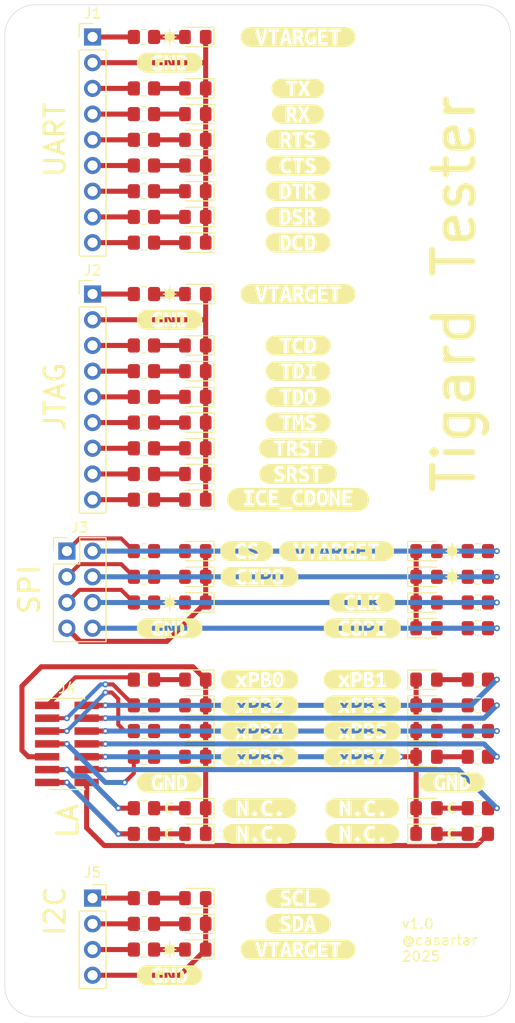
<source format=kicad_pcb>
(kicad_pcb (version 20240108) (generator "pcbnew") (generator_version "8.0")
  (title_block (title "Tigard Tester") (date "2025-01-11") (rev "v1.0") (company "@casartar"))
  (layers (0 "F.Cu" signal) (31 "B.Cu" signal) (34 "B.Paste" user) (35 "F.Paste" user) (36 "B.SilkS" user "B.Silkscreen") (37 "F.SilkS" user "F.Silkscreen") (38 "B.Mask" user) (39 "F.Mask" user) (44 "Edge.Cuts" user))
  (net 0 "")
  (net 1 "Net-(D1-A)")
  (net 2 "/UART_GND")
  (net 3 "Net-(D2-A)")
  (net 4 "Net-(D3-A)")
  (net 5 "Net-(D4-A)")
  (net 6 "Net-(D5-A)")
  (net 7 "Net-(D6-A)")
  (net 8 "Net-(D7-A)")
  (net 9 "Net-(D8-A)")
  (net 10 "Net-(D9-A)")
  (net 11 "/JTAG_GND")
  (net 12 "Net-(D10-A)")
  (net 13 "Net-(D11-A)")
  (net 14 "Net-(D12-A)")
  (net 15 "Net-(D13-A)")
  (net 16 "Net-(D14-A)")
  (net 17 "/SPI_GND")
  (net 18 "Net-(D15-A)")
  (net 19 "Net-(D16-A)")
  (net 20 "Net-(D17-A)")
  (net 21 "Net-(D18-A)")
  (net 22 "Net-(D19-A)")
  (net 23 "/SPI_GND_1")
  (net 24 "Net-(D20-A)")
  (net 25 "Net-(D21-A)")
  (net 26 "Net-(D22-A)")
  (net 27 "Net-(D23-A)")
  (net 28 "Net-(D24-A)")
  (net 29 "Net-(D25-A)")
  (net 30 "Net-(D26-A)")
  (net 31 "/I2C_GND")
  (net 32 "Net-(D27-A)")
  (net 33 "Net-(D28-A)")
  (net 34 "Net-(D29-A)")
  (net 35 "Net-(D30-A)")
  (net 36 "Net-(D31-A)")
  (net 37 "Net-(D32-A)")
  (net 38 "/SPI_GND_2")
  (net 39 "Net-(D33-A)")
  (net 40 "Net-(D34-A)")
  (net 41 "Net-(D35-A)")
  (net 42 "Net-(D36-A)")
  (net 43 "Net-(D37-A)")
  (net 44 "Net-(J1-Pin_6)")
  (net 45 "Net-(J1-Pin_1)")
  (net 46 "Net-(J1-Pin_5)")
  (net 47 "Net-(J1-Pin_4)")
  (net 48 "Net-(J1-Pin_8)")
  (net 49 "Net-(J1-Pin_3)")
  (net 50 "Net-(J2-Pin_8)")
  (net 51 "Net-(J2-Pin_7)")
  (net 52 "Net-(J2-Pin_1)")
  (net 53 "Net-(J2-Pin_3)")
  (net 54 "Net-(J2-Pin_4)")
  (net 55 "Net-(J2-Pin_5)")
  (net 56 "Net-(J2-Pin_6)")
  (net 57 "Net-(J4-Pin_4)")
  (net 58 "Net-(J4-Pin_3)")
  (net 59 "Net-(J4-Pin_5)")
  (net 60 "Net-(J4-Pin_8)")
  (net 61 "Net-(J4-Pin_1)")
  (net 62 "Net-(J4-Pin_7)")
  (net 63 "Net-(J4-Pin_6)")
  (net 64 "Net-(J5-Pin_2)")
  (net 65 "Net-(J5-Pin_3)")
  (net 66 "Net-(J5-Pin_1)")
  (net 67 "Net-(J3-Pin_4)")
  (net 68 "Net-(J3-Pin_3)")
  (net 69 "Net-(J3-Pin_5)")
  (net 70 "Net-(J3-Pin_8)")
  (net 71 "Net-(J3-Pin_1)")
  (net 72 "Net-(J3-Pin_6)")
  (net 73 "Net-(J1-Pin_9)")
  (net 74 "Net-(J1-Pin_7)")
  (net 75 "Net-(J2-Pin_9)")
  (net 76 "Net-(J3-Pin_2)")
  (net 77 "Net-(J4-Pin_2)")
  (net 78 "Net-(J4-Pin_13)")
  (net 79 "Net-(J4-Pin_11)")
  (net 80 "Net-(J4-Pin_14)")
  (net 81 "Net-(J4-Pin_12)")
  (net 82 "Net-(D38-A)")
  (footprint "Resistor_SMD:R_0805_2012Metric_Pad1.20x1.40mm_HandSolder" (layer "F.Cu") (at 144.78 114.3 180)
    (property "Reference" "R31" (hide yes))
    (property "Value" "1k" (hide yes))
  )
  (footprint "Resistor_SMD:R_0805_2012Metric_Pad1.20x1.40mm_HandSolder" (layer "F.Cu") (at 111.76 111.76 180)
    (property "Reference" "R28" (hide yes))
    (property "Value" "1k" (hide yes))
  )
  (footprint "LED_SMD:LED_0805_2012Metric_Pad1.15x1.40mm_HandSolder" (layer "F.Cu") (at 116.84 88.9 180)
    (property "Reference" "D16" (hide yes))
    (property "Value" "LED" (hide yes))
  )
  (footprint "MountingHole:MountingHole_3.2mm_M3" (layer "F.Cu") (at 145 137)
    (property "Reference" "H4" (hide yes))
    (property "Value" "MountingHole" (hide yes))
  )
  (footprint "Connector_PinHeader_2.54mm:PinHeader_2x04_P2.54mm_Vertical" (layer "F.Cu") (at 104.14 93.98)
    (property "Reference" "J3")
    (property "Value" "SPI")
  )
  (footprint "LED_SMD:LED_0805_2012Metric_Pad1.15x1.40mm_HandSolder" (layer "F.Cu") (at 116.84 96.52 180)
    (property "Reference" "D19" (hide yes))
    (property "Value" "LED" (hide yes))
  )
  (footprint "LED_SMD:LED_0805_2012Metric_Pad1.15x1.40mm_HandSolder" (layer "F.Cu") (at 116.84 78.74 180)
    (property "Reference" "D12" (hide yes))
    (property "Value" "LED" (hide yes))
  )
  (footprint "Resistor_SMD:R_0805_2012Metric_Pad1.20x1.40mm_HandSolder" (layer "F.Cu") (at 111.76 81.28)
    (property "Reference" "R13" (hide yes))
    (property "Value" "1k" (hide yes))
  )
  (footprint "kibuzzard-6782A18A" (layer "F.Cu") (at 114.3 101.6)
    (property "Reference" "kibuzzard-6782A18A" (hide yes))
    (property "Value" "G***" (hide yes))
  )
  (footprint "Resistor_SMD:R_0805_2012Metric_Pad1.20x1.40mm_HandSolder" (layer "F.Cu") (at 144.78 119.38 180)
    (property "Reference" "R33" (hide yes))
    (property "Value" "1k" (hide yes))
  )
  (footprint "Resistor_SMD:R_0805_2012Metric_Pad1.20x1.40mm_HandSolder" (layer "F.Cu") (at 111.76 60.96)
    (property "Reference" "R7" (hide yes))
    (property "Value" "1k" (hide yes))
  )
  (footprint "Resistor_SMD:R_0805_2012Metric_Pad1.20x1.40mm_HandSolder" (layer "F.Cu") (at 111.76 58.42)
    (property "Reference" "R6" (hide yes))
    (property "Value" "1k" (hide yes))
  )
  (footprint "LED_SMD:LED_0805_2012Metric_Pad1.15x1.40mm_HandSolder" (layer "F.Cu") (at 139.7 121.92)
    (property "Reference" "D35" (hide yes))
    (property "Value" "LED" (hide yes))
  )
  (footprint "Connector_PinHeader_2.54mm:PinHeader_1x09_P2.54mm_Vertical" (layer "F.Cu") (at 106.68 43.18)
    (property "Reference" "J1")
    (property "Value" "UART")
  )
  (footprint "kibuzzard-6782BFBD" (layer "F.Cu") (at 123.19 119.38)
    (property "Reference" "kibuzzard-6782BFBD" (hide yes))
    (property "Value" "G***" (hide yes))
  )
  (footprint "LED_SMD:LED_0805_2012Metric_Pad1.15x1.40mm_HandSolder" (layer "F.Cu") (at 139.7 119.38)
    (property "Reference" "D33" (hide yes))
    (property "Value" "LED" (hide yes))
  )
  (footprint "LED_SMD:LED_0805_2012Metric_Pad1.15x1.40mm_HandSolder" (layer "F.Cu") (at 116.84 109.22 180)
    (property "Reference" "D26" (hide yes))
    (property "Value" "LED" (hide yes))
  )
  (footprint "kibuzzard-6782A158" (layer "F.Cu") (at 127 68.58)
    (property "Reference" "kibuzzard-6782A158" (hide yes))
    (property "Value" "G***" (hide yes))
  )
  (footprint "kibuzzard-6782A2E4" (layer "F.Cu") (at 127 88.9)
    (property "Reference" "kibuzzard-6782A2E4" (hide yes))
    (property "Value" "G***" (hide yes))
  )
  (footprint "kibuzzard-6782A1ED" (layer "F.Cu") (at 127 58.42)
    (property "Reference" "kibuzzard-6782A1ED" (hide yes))
    (property "Value" "G***" (hide yes))
  )
  (footprint "kibuzzard-6782A299" (layer "F.Cu") (at 127 81.28)
    (property "Reference" "kibuzzard-6782A299" (hide yes))
    (property "Value" "G***" (hide yes))
  )
  (footprint "kibuzzard-6782A92D" (layer "F.Cu") (at 133.35 101.6)
    (property "Reference" "kibuzzard-6782A92D" (hide yes))
    (property "Value" "G***" (hide yes))
  )
  (footprint "Resistor_SMD:R_0805_2012Metric_Pad1.20x1.40mm_HandSolder" (layer "F.Cu") (at 111.76 106.68 180)
    (property "Reference" "R24" (hide yes))
    (property "Value" "1k" (hide yes))
  )
  (footprint "kibuzzard-6782A691" (layer "F.Cu") (at 133.35 111.76)
    (property "Reference" "kibuzzard-6782A691" (hide yes))
    (property "Value" "G***" (hide yes))
  )
  (footprint "Resistor_SMD:R_0805_2012Metric_Pad1.20x1.40mm_HandSolder" (layer "F.Cu") (at 111.76 50.8)
    (property "Reference" "R3" (hide yes))
    (property "Value" "1k" (hide yes))
  )
  (footprint "kibuzzard-6782A158" (layer "F.Cu") (at 127 43.18)
    (property "Reference" "kibuzzard-6782A158" (hide yes))
    (property "Value" "G***" (hide yes))
  )
  (footprint "kibuzzard-6782A1AC" (layer "F.Cu") (at 127 48.26)
    (property "Reference" "kibuzzard-6782A1AC" (hide yes))
    (property "Value" "G***" (hide yes))
  )
  (footprint "kibuzzard-6782BFBD" (layer "F.Cu") (at 123.19 121.92)
    (property "Reference" "kibuzzard-6782BFBD" (hide yes))
    (property "Value" "G***" (hide yes))
  )
  (footprint "kibuzzard-6782A18A" (layer "F.Cu") (at 114.3 71.12)
    (property "Reference" "kibuzzard-6782A18A" (hide yes))
    (property "Value" "G***" (hide yes))
  )
  (footprint "Resistor_SMD:R_0805_2012Metric_Pad1.20x1.40mm_HandSolder" (layer "F.Cu") (at 111.76 53.34)
    (property "Reference" "R4" (hide yes))
    (property "Value" "1k" (hide yes))
  )
  (footprint "Connector_PinHeader_2.54mm:PinHeader_1x09_P2.54mm_Vertical" (layer "F.Cu") (at 106.68 68.58)
    (property "Reference" "J2")
    (property "Value" "JTAG")
  )
  (footprint "Connector_PinSocket_2.54mm:PinSocket_1x04_P2.54mm_Vertical" (layer "F.Cu") (at 106.68 128.27)
    (property "Reference" "J5")
    (property "Value" "I2C")
  )
  (footprint "kibuzzard-6782A238" (layer "F.Cu") (at 127 73.66)
    (property "Reference" "kibuzzard-6782A238" (hide yes))
    (property "Value" "G***" (hide yes))
  )
  (footprint "Connector_PinHeader_1.27mm:PinHeader_2x07_P1.27mm_Vertical_SMD" (layer "F.Cu") (at 104.14 113.03)
    (property "Reference" "J4")
    (property "Value" "LA")
  )
  (footprint "Resistor_SMD:R_0805_2012Metric_Pad1.20x1.40mm_HandSolder" (layer "F.Cu") (at 111.76 68.58)
    (property "Reference" "R9" (hide yes))
    (property "Value" "1k" (hide yes))
  )
  (footprint "LED_SMD:LED_0805_2012Metric_Pad1.15x1.40mm_HandSolder" (layer "F.Cu") (at 116.84 106.68 180)
    (property "Reference" "D24" (hide yes))
    (property "Value" "LED" (hide yes))
  )
  (footprint "LED_SMD:LED_0805_2012Metric_Pad1.15x1.40mm_HandSolder" (layer "F.Cu") (at 116.84 68.58 180)
    (property "Reference" "D9" (hide yes))
    (property "Value" "LED" (hide yes))
  )
  (footprint "Resistor_SMD:R_0805_2012Metric_Pad1.20x1.40mm_HandSolder" (layer "F.Cu") (at 111.76 128.27)
    (property "Reference" "R36" (hide yes))
    (property "Value" "1k" (hide yes))
  )
  (footprint "Resistor_SMD:R_0805_2012Metric_Pad1.20x1.40mm_HandSolder" (layer "F.Cu") (at 111.765 99.06 180)
    (property "Reference" "R21" (hide yes))
    (property "Value" "1k" (hide yes))
  )
  (footprint "kibuzzard-6782A18A" (layer "F.Cu") (at 114.3 45.72)
    (property "Reference" "kibuzzard-6782A18A" (hide yes))
    (property "Value" "G***" (hide yes))
  )
  (footprint "Resistor_SMD:R_0805_2012Metric_Pad1.20x1.40mm_HandSolder" (layer "F.Cu") (at 111.76 119.38 180)
    (property "Reference" "R32" (hide yes))
    (property "Value" "1k" (hide yes))
  )
  (footprint "MountingHole:MountingHole_3.2mm_M3" (layer "F.Cu") (at 101 43)
    (property "Reference" "H1" (hide yes))
    (property "Value" "MountingHole" (hide yes))
  )
  (footprint "Resistor_SMD:R_0805_2012Metric_Pad1.20x1.40mm_HandSolder" (layer "F.Cu") (at 144.78 99.06 180)
    (property "Reference" "R22" (hide yes))
    (property "Value" "1k" (hide yes))
  )
  (footprint "Resistor_SMD:R_0805_2012Metric_Pad1.20x1.40mm_HandSolder" (layer "F.Cu") (at 111.76 55.88)
    (property "Reference" "R5" (hide yes))
    (property "Value" "1k" (hide yes))
  )
  (footprint "kibuzzard-6782A62E" (layer "F.Cu") (at 127 128.27)
    (property "Reference" "kibuzzard-6782A62E" (hide yes))
    (property "Value" "G***" (hide yes))
  )
  (footprint "LED_SMD:LED_0805_2012Metric_Pad1.15x1.40mm_HandSolder" (layer "F.Cu") (at 139.7 93.98)
    (property "Reference" "D18" (hide yes))
    (property "Value" "LED" (hide yes))
  )
  (footprint "kibuzzard-6782A697" (layer "F.Cu") (at 133.35 114.3)
    (property "Reference" "kibuzzard-6782A697" (hide yes))
    (property "Value" "G***" (hide yes))
  )
  (footprint "Resistor_SMD:R_0805_2012Metric_Pad1.20x1.40mm_HandSolder" (layer "F.Cu") (at 144.78 101.6 180)
    (property "Reference" "R23" (hide yes))
    (property "Value" "1k" (hide yes))
  )
  (footprint "LED_SMD:LED_0805_2012Metric_Pad1.15x1.40mm_HandSolder" (layer "F.Cu") (at 116.84 93.98 180)
    (property "Reference" "D17" (hide yes))
    (property "Value" "LED" (hide yes))
  )
  (footprint "kibuzzard-6782A18A" (layer "F.Cu") (at 114.3 135.89)
    (property "Reference" "kibuzzard-6782A18A" (hide yes))
    (property "Value" "G***" (hide yes))
  )
  (footprint "LED_SMD:LED_0805_2012Metric_Pad1.15x1.40mm_HandSolder" (layer "F.Cu") (at 116.84 119.38 180)
    (property "Reference" "D32" (hide yes))
    (property "Value" "LED" (hide yes))
  )
  (footprint "kibuzzard-6782A58D" (layer "F.Cu") (at 123.19 106.68)
    (property "Reference" "kibuzzard-6782A58D" (hide yes))
    (property "Value" "G***" (hide yes))
  )
  (footprint "Resistor_SMD:R_0805_2012Metric_Pad1.20x1.40mm_HandSolder" (layer "F.Cu") (at 111.76 78.74)
    (property "Reference" "R12" (hide yes))
    (property "Value" "1k" (hide yes))
  )
  (footprint "Resistor_SMD:R_0805_2012Metric_Pad1.20x1.40mm_HandSolder" (layer "F.Cu") (at 111.76 88.9)
    (property "Reference" "R16" (hide yes))
    (property "Value" "1k" (hide yes))
  )
  (footprint "LED_SMD:LED_0805_2012Metric_Pad1.15x1.40mm_HandSolder" (layer "F.Cu") (at 116.84 50.8 180)
    (property "Reference" "D3" (hide yes))
    (property "Value" "LED" (hide yes))
  )
  (footprint "Resistor_SMD:R_0805_2012Metric_Pad1.20x1.40mm_HandSolder" (layer "F.Cu") (at 144.78 109.22 180)
    (property "Reference" "R27" (hide yes))
    (property "Value" "1k" (hide yes))
  )
  (footprint "Resistor_SMD:R_0805_2012Metric_Pad1.20x1.40mm_HandSolder" (layer "F.Cu") (at 144.78 121.92 180)
    (property "Reference" "R35" (hide yes))
    (property "Value" "1k" (hide yes))
  )
  (footprint "LED_SMD:LED_0805_2012Metric_Pad1.15x1.40mm_HandSolder" (layer "F.Cu") (at 139.7 111.76)
    (property "Reference" "D29" (hide yes))
    (property "Value" "LED" (hide yes))
  )
  (footprint "kibuzzard-6782A5EC" (layer "F.Cu") (at 123.19 114.3)
    (property "Reference" "kibuzzard-6782A5EC" (hide yes))
    (property "Value" "G***" (hide yes))
  )
  (footprint "kibuzzard-6782A18A" (layer "F.Cu") (at 114.3 116.84)
    (property "Reference" "kibuzzard-6782A18A" (hide yes))
    (property "Value" "G***" (hide yes))
  )
  (footprint "LED_SMD:LED_0805_2012Metric_Pad1.15x1.40mm_HandSolder" (layer "F.Cu") (at 116.84 63.5 180)
    (property "Reference" "D8" (hide yes))
    (property "Value" "LED" (hide yes))
  )
  (footprint "LED_SMD:LED_0805_2012Metric_Pad1.15x1.40mm_HandSolder" (layer "F.Cu") (at 139.7 101.6)
    (property "Reference" "D23" (hide yes))
    (property "Value" "LED" (hide yes))
  )
  (footprint "kibuzzard-6782A63C" (layer "F.Cu") (at 127 133.35)
    (property "Reference" "kibuzzard-6782A63C" (hide yes))
    (property "Value" "G***" (hide yes))
  )
  (footprint "Resistor_SMD:R_0805_2012Metric_Pad1.20x1.40mm_HandSolder" (layer "F.Cu") (at 111.76 83.82)
    (property "Reference" "R14" (hide yes))
    (property "Value" "1k" (hide yes))
  )
  (footprint "LED_SMD:LED_0805_2012Metric_Pad1.15x1.40mm_HandSolder" (layer "F.Cu") (at 116.84 128.27 180)
    (property "Reference" "D36" (hide yes))
    (property "Value" "LED" (hide yes))
  )
  (footprint "MountingHole:MountingHole_3.2mm_M3" (layer "F.Cu") (at 101 137.16)
    (property "Reference" "H3" (hide yes))
    (property "Value" "MountingHole" (hide yes))
  )
  (footprint "LED_SMD:LED_0805_2012Metric_Pad1.15x1.40mm_HandSolder" (layer "F.Cu") (at 116.84 48.26 180)
    (property "Reference" "D2" (hide yes))
    (property "Value" "LED" (hide yes))
  )
  (footprint "LED_SMD:LED_0805_2012Metric_Pad1.15x1.40mm_HandSolder" (layer "F.Cu") (at 116.84 60.96 180)
    (property "Reference" "D7" (hide yes))
    (property "Value" "LED" (hide yes))
  )
  (footprint "kibuzzard-6782A2BB" (layer "F.Cu") (at 127 83.82)
    (property "Reference" "kibuzzard-6782A2BB" (hide yes))
    (property "Value" "G***" (hide yes))
  )
  (footprint "MountingHole:MountingHole_3.2mm_M3" (layer "F.Cu") (at 145 43)
    (property "Reference" "H2" (hide yes))
    (property "Value" "MountingHole" (hide yes))
  )
  (footprint "Resistor_SMD:R_0805_2012Metric_Pad1.20x1.40mm_HandSolder" (layer "F.Cu") (at 144.78 93.98 180)
    (property "Reference" "R18" (hide yes))
    (property "Value" "1k" (hide yes))
  )
  (footprint "kibuzzard-6782A68A" (layer "F.Cu") (at 133.35 109.22)
    (property "Reference" "kibuzzard-6782A68A" (hide yes))
    (property "Value" "G***" (hide yes))
  )
  (footprint "kibuzzard-6782A23E" (layer "F.Cu") (at 127 76.2)
    (property "Reference" "kibuzzard-6782A23E" (hide yes))
    (property "Value" "G***" (hide yes))
  )
  (footprint "kibuzzard-6782A158" (layer "F.Cu") (at 130.81 93.98)
    (property "Reference" "kibuzzard-6782A158" (hide yes))
    (property "Value" "G***" (hide yes))
  )
  (footprint "Resistor_SMD:R_0805_2012Metric_Pad1.20x1.40mm_HandSolder" (layer "F.Cu") (at 111.76 43.18)
    (property "Reference" "R1" (hide yes))
    (property "Value" "1k" (hide yes))
  )
  (footprint "kibuzzard-6782A342" (layer "F.Cu") (at 121.92 93.98)
    (property "Reference" "kibuzzard-6782A342" (hide yes))
    (property "Value" "G***" (hide yes))
  )
  (footprint "LED_SMD:LED_0805_2012Metric_Pad1.15x1.40mm_HandSolder" (layer "F.Cu") (at 116.84 81.28 180)
    (property "Reference" "D13" (hide yes))
    (property "Value" "LED" (hide yes))
  )
  (footprint "Resistor_SMD:R_0805_2012Metric_Pad1.20x1.40mm_HandSolder" (layer "F.Cu") (at 111.76 48.26)
    (property "Reference" "R2" (hide yes))
    (property "Value" "1k" (hide yes))
  )
  (footprint "kibuzzard-6782A593" (layer "F.Cu") (at 123.19 109.22)
    (property "Reference" "kibuzzard-6782A593" (hide yes))
    (property "Value" "G***" (hide yes))
  )
  (footprint "LED_SMD:LED_0805_2012Metric_Pad1.15x1.40mm_HandSolder" (layer "F.Cu") (at 116.84 76.2 180)
    (property "Reference" "D11" (hide yes))
    (property "Value" "LED" (hide yes))
  )
  (footprint "kibuzzard-6782A1B7" (layer "F.Cu") (at 127 50.8)
    (property "Reference" "kibuzzard-6782A1B7" (hide yes))
    (property "Value" "G***" (hide yes))
  )
  (footprint "LED_SMD:LED_0805_2012Metric_Pad1.15x1.40mm_HandSolder" (layer "F.Cu") (at 116.84 58.42 180)
    (property "Reference" "D6" (hide yes))
    (property "Value" "LED" (hide yes))
  )
  (footprint "LED_SMD:LED_0805_2012Metric_Pad1.15x1.40mm_HandSolder" (layer "F.Cu") (at 116.84 83.82 180)
    (property "Reference" "D14" (hide yes))
    (property "Value" "LED" (hide yes))
  )
  (footprint "LED_SMD:LED_0805_2012Metric_Pad1.15x1.40mm_HandSolder" (layer "F.Cu") (at 116.84 121.92 180)
    (property "Reference" "D34" (hide yes))
    (property "Value" "LED" (hide yes))
  )
  (footprint "Resistor_SMD:R_0805_2012Metric_Pad1.20x1.40mm_HandSolder" (layer "F.Cu") (at 111.76 93.98 180)
    (property "Reference" "R17" (hide yes))
    (property "Value" "1k" (hide yes))
  )
  (footprint "Resistor_SMD:R_0805_2012Metric_Pad1.20x1.40mm_HandSolder" (layer "F.Cu") (at 111.765 96.52 180)
    (property "Reference" "R19" (hide yes))
    (property "Value" "1k" (hide yes))
  )
  (footprint "kibuzzard-6782A685" (layer "F.Cu") (at 133.35 106.68)
    (property "Reference" "kibuzzard-6782A685" (hide yes))
    (property "Value" "G***" (hide yes))
  )
  (footprint "LED_SMD:LED_0805_2012Metric_Pad1.15x1.40mm_HandSolder" (layer "F.Cu") (at 116.84 86.36 180)
    (property "Reference" "D15" (hide yes))
    (property "Value" "LED" (hide yes))
  )
  (footprint "kibuzzard-6782A59C" (layer "F.Cu") (at 123.19 111.76)
    (property "Reference" "kibuzzard-6782A59C" (hide yes))
    (property "Value" "G***" (hide yes))
  )
  (footprint "LED_SMD:LED_0805_2012Metric_Pad1.15x1.40mm_HandSolder" (layer "F.Cu") (at 139.7 109.22)
    (property "Reference" "D27" (hide yes))
    (property "Value" "LED" (hide yes))
  )
  (footprint "Resistor_SMD:R_0805_2012Metric_Pad1.20x1.40mm_HandSolder" (layer "F.Cu") (at 111.76 114.3 180)
    (property "Reference" "R30" (hide yes))
    (property "Value" "1k" (hide yes))
  )
  (footprint "Resistor_SMD:R_0805_2012Metric_Pad1.20x1.40mm_HandSolder" (layer "F.Cu") (at 144.78 106.68 180)
    (property "Reference" "R25" (hide yes))
    (property "Value" "1k" (hide yes))
  )
  (footprint "LED_SMD:LED_0805_2012Metric_Pad1.15x1.40mm_HandSolder" (layer "F.Cu") (at 139.7 114.3)
    (property "Reference" "D31" (hide yes))
    (property "Value" "LED" (hide yes))
  )
  (footprint "LED_SMD:LED_0805_2012Metric_Pad1.15x1.40mm_HandSolder" (layer "F.Cu") (at 116.84 53.34 180)
    (property "Reference" "D4" (hide yes))
    (property "Value" "LED" (hide yes))
  )
  (footprint "kibuzzard-6782A18A" (layer "F.Cu") (at 142.24 116.84)
    (property "Reference" "kibuzzard-6782A18A" (hide yes))
    (property "Value" "G***" (hide yes))
  )
  (footprint "Resistor_SMD:R_0805_2012Metric_Pad1.20x1.40mm_HandSolder" (layer "F.Cu") (at 111.76 73.66)
    (property "Reference" "R10" (hide yes))
    (property "Value" "1k" (hide yes))
  )
  (footprint "Resistor_SMD:R_0805_2012Metric_Pad1.20x1.40mm_HandSolder" (layer "F.Cu") (at 144.78 111.76 180)
    (property "Reference" "R29" (hide yes))
    (property "Value" "1k" (hide yes))
  )
  (footprint "kibuzzard-6782A293" (layer "F.Cu") (at 127 78.74)
    (property "Reference" "kibuzzard-6782A293" (hide yes))
    (property "Value" "G***" (hide yes))
  )
  (footprint "LED_SMD:LED_0805_2012Metric_Pad1.15x1.40mm_HandSolder" (layer "F.Cu") (at 116.84 43.18 180)
    (property "Reference" "D1" (hide yes))
    (property "Value" "LED" (hide yes))
  )
  (footprint "LED_SMD:LED_0805_2012Metric_Pad1.15x1.40mm_HandSolder" (layer "F.Cu") (at 139.7 96.52)
    (property "Reference" "D20" (hide yes))
    (property "Value" "LED" (hide yes))
  )
  (footprint "Resistor_SMD:R_0805_2012Metric_Pad1.20x1.40mm_HandSolder" (layer "F.Cu") (at 111.76 130.81)
    (property "Reference" "R37" (hide yes))
    (property "Value" "1k" (hide yes))
  )
  (footprint "Resistor_SMD:R_0805_2012Metric_Pad1.20x1.40mm_HandSolder" (layer "F.Cu") (at 111.76 76.2)
    (property "Reference" "R11" (hide yes))
    (property "Value" "1k" (hide yes))
  )
  (footprint "kibuzzard-6782A634" (layer "F.Cu") (at 127 130.81)
    (property "Reference" "kibuzzard-6782A634" (hide yes))
    (property "Value" "G***" (hide yes))
  )
  (footprint "Resistor_SMD:R_0805_2012Metric_Pad1.20x1.40mm_HandSolder" (layer "F.Cu") (at 111.76 63.5)
    (property "Reference" "R8" (hide yes))
    (property "Value" "1k" (hide yes))
  )
  (footprint "Resistor_SMD:R_0805_2012Metric_Pad1.20x1.40mm_HandSolder" (layer "F.Cu") (at 111.76 133.35)
    (property "Reference" "R38" (hide yes))
    (property "Value" "1k" (hide yes))
  )
  (footprint "Resistor_SMD:R_0805_2012Metric_Pad1.20x1.40mm_HandSolder" (layer "F.Cu") (at 111.76 109.22 180)
    (property "Reference" "R26" (hide yes))
    (property "Value" "1k" (hide yes))
  )
  (footprint "kibuzzard-6782BFBD" (layer "F.Cu") (at 133.35 121.92)
    (property "Reference" "kibuzzard-6782BFBD" (hide yes))
    (property "Value" "G***" (hide yes))
  )
  (footprint "LED_SMD:LED_0805_2012Metric_Pad1.15x1.40mm_HandSolder" (layer "F.Cu") (at 139.7 106.68)
    (property "Reference" "D25" (hide yes))
    (property "Value" "LED" (hide yes))
  )
  (footprint "Resistor_SMD:R_0805_2012Metric_Pad1.20x1.40mm_HandSolder" (layer "F.Cu") (at 144.78 96.52 180)
    (property "Reference" "R20" (hide yes))
    (property "Value" "1k" (hide yes))
  )
  (footprint "kibuzzard-6782A1FC" (layer "F.Cu") (at 127 60.96)
    (property "Reference" "kibuzzard-6782A1FC" (hide yes))
    (property "Value" "G***" (hide yes))
  )
  (footprint "kibuzzard-6782A20A" (layer "F.Cu") (at 127 63.5)
    (property "Reference" "kibuzzard-6782A20A" (hide yes))
    (property "Value" "G***" (hide yes))
  )
  (footprint "LED_SMD:LED_0805_2012Metric_Pad1.15x1.40mm_HandSolder" (layer "F.Cu") (at 116.84 55.88 180)
    (property "Reference" "D5" (hide yes))
    (property "Value" "LED" (hide yes))
  )
  (footprint "kibuzzard-6782BFBD" (layer "F.Cu") (at 133.35 119.38)
    (property "Reference" "kibuzzard-6782BFBD" (hide yes))
    (property "Value" "G***" (hide yes))
  )
  (footprint "kibuzzard-6782A1C4" (layer "F.Cu") (at 127 53.34)
    (property "Reference" "kibuzzard-6782A1C4" (hide yes))
    (property "Value" "G***" (hide yes))
  )
  (footprint "kibuzzard-6782A2CB" (layer "F.Cu") (at 127 86.36)
    (property "Reference" "kibuzzard-6782A2CB" (hide yes))
    (property "Value" "G***" (hide yes))
  )
  (footprint "LED_SMD:LED_0805_2012Metric_Pad1.15x1.40mm_HandSolder" (layer "F.Cu") (at 139.7 99.06)
    (property "Reference" "D22" (hide yes))
    (property "Value" "LED" (hide yes))
  )
  (footprint "kibuzzard-6782A349" (layer "F.Cu") (at 123.19 96.52)
    (property "Reference" "kibuzzard-6782A349" (hide yes))
    (property "Value" "G***" (hide yes))
  )
  (footprint "LED_SMD:LED_0805_2012Metric_Pad1.15x1.40mm_HandSolder" (layer "F.Cu") (at 116.84 111.76 180)
    (property "Reference" "D28" (hide yes))
    (property "Value" "LED" (hide yes))
  )
  (footprint "LED_SMD:LED_0805_2012Metric_Pad1.15x1.40mm_HandSolder" (layer "F.Cu") (at 116.84 114.3 180)
    (property "Reference" "D30" (hide yes))
    (property "Value" "LED" (hide yes))
  )
  (footprint "LED_SMD:LED_0805_2012Metric_Pad1.15x1.40mm_HandSolder" (layer "F.Cu") (at 116.84 99.06 180)
    (property "Reference" "D21" (hide yes))
    (property "Value" "LED" (hide yes))
  )
  (footprint "Resistor_SMD:R_0805_2012Metric_Pad1.20x1.40mm_HandSolder" (layer "F.Cu") (at 111.76 121.92 180)
    (property "Reference" "R34" (hide yes))
    (property "Value" "1k" (hide yes))
  )
  (footprint "Resistor_SMD:R_0805_2012Metric_Pad1.20x1.40mm_HandSolder" (layer "F.Cu") (at 111.76 86.36)
    (property "Reference" "R15" (hide yes))
    (property "Value" "1k" (hide yes))
  )
  (footprint "LED_SMD:LED_0805_2012Metric_Pad1.15x1.40mm_HandSolder" (layer "F.Cu") (at 116.84 133.35 180)
    (property "Reference" "D38" (hide yes))
    (property "Value" "LED" (hide yes))
  )
  (footprint "LED_SMD:LED_0805_2012Metric_Pad1.15x1.40mm_HandSolder" (layer "F.Cu") (at 116.84 130.81 180)
    (property "Reference" "D37" (hide yes))
    (property "Value" "LED" (hide yes))
  )
  (footprint "LED_SMD:LED_0805_2012Metric_Pad1.15x1.40mm_HandSolder" (layer "F.Cu") (at 116.84 73.66 180)
    (property "Reference" "D10" (hide yes))
    (property "Value" "LED" (hide yes))
  )
  (footprint "kibuzzard-6782A1D3" (layer "F.Cu") (at 127 55.88)
    (property "Reference" "kibuzzard-6782A1D3" (hide yes))
    (property "Value" "G***" (hide yes))
  )
  (footprint "kibuzzard-6782A90E" (layer "F.Cu") (at 133.35 99.06)
    (property "Reference" "kibuzzard-6782A90E" (hide yes))
    (property "Value" "G***" (hide yes))
  )
  (gr_line (start 142.24 94.742) (end 142.24 93.98) (stroke (width 0.1)) (layer "F.SilkS"))
  (gr_arc (start 142.509636 122.428) (mid 142.001636 121.92) (end 142.509636 121.412) (stroke (width 0.15)) (layer "F.SilkS"))
  (gr_line (start 113.792 69.088) (end 114.3 68.58) (stroke (width 0.1)) (layer "F.SilkS"))
  (gr_line (start 113.792 99.568) (end 114.3 99.06) (stroke (width 0.1)) (layer "F.SilkS"))
  (gr_circle (center 114.3 99.06) (end 114.757905 99.06) (stroke (width 0.1)) (fill solid) (layer "F.SilkS"))
  (gr_line (start 114.3 68.58) (end 113.665 68.58) (stroke (width 0.1)) (layer "F.SilkS"))
  (gr_circle (center 114.3 68.58) (end 114.757905 68.58) (stroke (width 0.1)) (fill solid) (layer "F.SilkS"))
  (gr_line (start 114.3 43.942) (end 114.3 43.18) (stroke (width 0.1)) (layer "F.SilkS"))
  (gr_line (start 142.24 93.98) (end 142.875 93.98) (stroke (width 0.1)) (layer "F.SilkS"))
  (gr_line (start 114.3 99.822) (end 114.3 99.06) (stroke (width 0.1)) (layer "F.SilkS"))
  (gr_line (start 114.3 68.58) (end 113.792 69.088) (stroke (width 0.1)) (layer "F.SilkS"))
  (gr_circle (center 142.24 93.98) (end 142.697905 93.98) (stroke (width 0.1)) (fill solid) (layer "F.SilkS"))
  (gr_arc (start 114.554 122.428) (mid 114.046 121.92) (end 114.554 121.412) (stroke (width 0.15)) (layer "F.SilkS"))
  (gr_line (start 114.3 43.18) (end 114.808 42.672) (stroke (width 0.1)) (layer "F.SilkS"))
  (gr_line (start 142.24 93.98) (end 142.748 93.472) (stroke (width 0.1)) (layer "F.SilkS"))
  (gr_line (start 114.3 133.35) (end 113.792 133.858) (stroke (width 0.1)) (layer "F.SilkS"))
  (gr_line (start 114.3 99.06) (end 114.808 98.552) (stroke (width 0.1)) (layer "F.SilkS"))
  (gr_line (start 141.732 97.028) (end 142.24 96.52) (stroke (width 0.1)) (layer "F.SilkS"))
  (gr_line (start 114.3 133.35) (end 114.935 133.35) (stroke (width 0.1)) (layer "F.SilkS"))
  (gr_line (start 114.3 69.342) (end 114.3 68.58) (stroke (width 0.1)) (layer "F.SilkS"))
  (gr_circle (center 114.3 133.35) (end 114.757905 133.35) (stroke (width 0.1)) (fill solid) (layer "F.SilkS"))
  (gr_line (start 114.3 98.298) (end 114.3 99.06) (stroke (width 0.1)) (layer "F.SilkS"))
  (gr_line (start 114.3 68.58) (end 114.935 68.58) (stroke (width 0.1)) (layer "F.SilkS"))
  (gr_line (start 141.732 94.488) (end 142.24 93.98) (stroke (width 0.1)) (layer "F.SilkS"))
  (gr_line (start 114.3 134.112) (end 114.3 133.35) (stroke (width 0.1)) (layer "F.SilkS"))
  (gr_line (start 114.3 43.18) (end 113.665 43.18) (stroke (width 0.1)) (layer "F.SilkS"))
  (gr_line (start 114.3 68.58) (end 114.808 69.088) (stroke (width 0.1)) (layer "F.SilkS"))
  (gr_line (start 141.732 93.472) (end 142.24 93.98) (stroke (width 0.1)) (layer "F.SilkS"))
  (gr_line (start 114.3 67.818) (end 114.3 68.58) (stroke (width 0.1)) (layer "F.SilkS"))
  (gr_arc (start 114.554 119.888) (mid 114.046 119.38) (end 114.554 118.872) (stroke (width 0.15)) (layer "F.SilkS"))
  (gr_line (start 142.24 96.52) (end 141.605 96.52) (stroke (width 0.1)) (layer "F.SilkS"))
  (gr_line (start 114.3 42.418) (end 114.3 43.18) (stroke (width 0.1)) (layer "F.SilkS"))
  (gr_line (start 114.3 132.588) (end 114.3 133.35) (stroke (width 0.1)) (layer "F.SilkS"))
  (gr_line (start 113.792 68.072) (end 114.3 68.58) (stroke (width 0.1)) (layer "F.SilkS"))
  (gr_line (start 114.3 98.602095) (end 114.3 98.298) (stroke (width 0.1)) (layer "F.SilkS"))
  (gr_line (start 114.3 99.06) (end 113.665 99.06) (stroke (width 0.1)) (layer "F.SilkS"))
  (gr_line (start 114.3 43.18) (end 113.792 43.688) (stroke (width 0.1)) (layer "F.SilkS"))
  (gr_line (start 114.3 68.58) (end 113.792 68.072) (stroke (width 0.1)) (layer "F.SilkS"))
  (gr_line (start 114.3 43.18) (end 114.935 43.18) (stroke (width 0.1)) (layer "F.SilkS"))
  (gr_line (start 142.24 95.758) (end 142.24 96.52) (stroke (width 0.1)) (layer "F.SilkS"))
  (gr_line (start 114.3 68.58) (end 114.808 68.072) (stroke (width 0.1)) (layer "F.SilkS"))
  (gr_arc (start 142.509636 119.888) (mid 142.001636 119.38) (end 142.509636 118.872) (stroke (width 0.15)) (layer "F.SilkS"))
  (gr_arc (start 142.509636 122.428) (mid 141.859 121.92) (end 142.509636 121.412) (stroke (width 0.15)) (layer "F.SilkS"))
  (gr_arc (start 114.554 122.428) (mid 113.903364 121.92) (end 114.554 121.412) (stroke (width 0.15)) (layer "F.SilkS"))
  (gr_line (start 114.3 99.06) (end 113.792 99.568) (stroke (width 0.1)) (layer "F.SilkS"))
  (gr_line (start 142.24 93.98) (end 141.732 94.488) (stroke (width 0.1)) (layer "F.SilkS"))
  (gr_line (start 142.24 93.98) (end 141.732 93.472) (stroke (width 0.1)) (layer "F.SilkS"))
  (gr_line (start 114.3 133.35) (end 113.792 132.842) (stroke (width 0.1)) (layer "F.SilkS"))
  (gr_circle (center 114.3 43.18) (end 114.757905 43.18) (stroke (width 0.1)) (fill solid) (layer "F.SilkS"))
  (gr_line (start 113.792 43.688) (end 114.3 43.18) (stroke (width 0.1)) (layer "F.SilkS"))
  (gr_line (start 142.24 93.98) (end 141.605 93.98) (stroke (width 0.1)) (layer "F.SilkS"))
  (gr_line (start 142.24 97.282) (end 142.24 96.52) (stroke (width 0.1)) (layer "F.SilkS"))
  (gr_line (start 142.24 93.98) (end 142.748 94.488) (stroke (width 0.1)) (layer "F.SilkS"))
  (gr_line (start 142.24 93.218) (end 142.24 93.98) (stroke (width 0.1)) (layer "F.SilkS"))
  (gr_line (start 142.24 96.52) (end 141.732 96.012) (stroke (width 0.1)) (layer "F.SilkS"))
  (gr_line (start 142.24 96.52) (end 142.875 96.52) (stroke (width 0.1)) (layer "F.SilkS"))
  (gr_line (start 113.792 133.858) (end 114.3 133.35) (stroke (width 0.1)) (layer "F.SilkS"))
  (gr_line (start 141.732 96.012) (end 142.24 96.52) (stroke (width 0.1)) (layer "F.SilkS"))
  (gr_line (start 114.3 42.722095) (end 114.3 42.418) (stroke (width 0.1)) (layer "F.SilkS"))
  (gr_arc (start 142.509636 119.888) (mid 141.859 119.38) (end 142.509636 118.872) (stroke (width 0.15)) (layer "F.SilkS"))
  (gr_line (start 114.3 68.122095) (end 114.3 67.818) (stroke (width 0.1)) (layer "F.SilkS"))
  (gr_line (start 114.3 99.06) (end 113.792 98.552) (stroke (width 0.1)) (layer "F.SilkS"))
  (gr_line (start 113.792 132.842) (end 114.3 133.35) (stroke (width 0.1)) (layer "F.SilkS"))
  (gr_arc (start 114.554 119.888) (mid 113.903364 119.38) (end 114.554 118.872) (stroke (width 0.15)) (layer "F.SilkS"))
  (gr_line (start 114.3 43.18) (end 114.808 43.688) (stroke (width 0.1)) (layer "F.SilkS"))
  (gr_line (start 113.792 42.672) (end 114.3 43.18) (stroke (width 0.1)) (layer "F.SilkS"))
  (gr_circle (center 142.24 96.52) (end 142.697905 96.52) (stroke (width 0.1)) (fill solid) (layer "F.SilkS"))
  (gr_line (start 142.24 96.52) (end 142.748 96.012) (stroke (width 0.1)) (layer "F.SilkS"))
  (gr_line (start 113.792 98.552) (end 114.3 99.06) (stroke (width 0.1)) (layer "F.SilkS"))
  (gr_line (start 114.3 99.06) (end 114.808 99.568) (stroke (width 0.1)) (layer "F.SilkS"))
  (gr_line (start 114.3 133.35) (end 114.808 132.842) (stroke (width 0.1)) (layer "F.SilkS"))
  (gr_line (start 142.24 96.52) (end 141.732 97.028) (stroke (width 0.1)) (layer "F.SilkS"))
  (gr_line (start 114.3 99.06) (end 114.935 99.06) (stroke (width 0.1)) (layer "F.SilkS"))
  (gr_line (start 114.3 43.18) (end 113.792 42.672) (stroke (width 0.1)) (layer "F.SilkS"))
  (gr_line (start 114.3 133.35) (end 114.808 133.858) (stroke (width 0.1)) (layer "F.SilkS"))
  (gr_line (start 114.3 133.35) (end 113.665 133.35) (stroke (width 0.1)) (layer "F.SilkS"))
  (gr_line (start 114.3 132.892095) (end 114.3 132.588) (stroke (width 0.1)) (layer "F.SilkS"))
  (gr_line (start 142.24 96.062095) (end 142.24 95.758) (stroke (width 0.1)) (layer "F.SilkS"))
  (gr_line (start 142.24 96.52) (end 142.748 97.028) (stroke (width 0.1)) (layer "F.SilkS"))
  (gr_line (start 142.24 93.522095) (end 142.24 93.218) (stroke (width 0.1)) (layer "F.SilkS"))
  (gr_arc (start 101 140) (mid 98.87868 139.12132) (end 98 137) (stroke (width 0.05)) (layer "Edge.Cuts"))
  (gr_arc (start 148 137) (mid 147.12132 139.12132) (end 145 140) (stroke (width 0.05)) (layer "Edge.Cuts"))
  (gr_line (start 148 137) (end 148 43) (stroke (width 0.05)) (layer "Edge.Cuts"))
  (gr_arc (start 145 40) (mid 147.12132 40.87868) (end 148 43) (stroke (width 0.05)) (layer "Edge.Cuts"))
  (gr_line (start 145 40) (end 101 40) (stroke (width 0.05)) (layer "Edge.Cuts"))
  (gr_line (start 98 43) (end 98 137) (stroke (width 0.05)) (layer "Edge.Cuts"))
  (gr_arc (start 98 43) (mid 98.87868 40.87868) (end 101 40) (stroke (width 0.05)) (layer "Edge.Cuts"))
  (gr_line (start 101 140) (end 145 140) (stroke (width 0.05)) (layer "Edge.Cuts"))
  (gr_text "v1.0\n@casartar\n2025" (at 137.16 134.62 0) (layer "F.SilkS") (effects (font (size 1 1)) (justify left bottom)))
  (gr_text "I2C" (at 104.14 129.54 90) (layer "F.SilkS") (effects (font (size 2 2) (thickness 0.3)) (justify bottom)))
  (gr_text "Tigard Tester" (at 144.78 68.58 90) (layer "F.SilkS") (effects (font (size 4 4) (thickness 0.6)) (justify bottom)))
  (gr_text "JTAG" (at 104.14 78.74 90) (layer "F.SilkS") (effects (font (size 2 2) (thickness 0.3)) (justify bottom)))
  (gr_text "SPI" (at 101.6 97.79 90) (layer "F.SilkS") (effects (font (size 2 2) (thickness 0.3)) (justify bottom)))
  (gr_text "UART" (at 104.14 53.34 90) (layer "F.SilkS") (effects (font (size 2 2) (thickness 0.3)) (justify bottom)))
  (gr_text "LA" (at 105.41 120.65 90) (layer "F.SilkS") (effects (font (size 2 2) (thickness 0.3)) (justify bottom)))
  (segment (start 112.76 43.18) (end 115.815 43.18) (width 0.5) (layer "F.Cu") (net 1))
  (segment (start 117.865 43.18) (end 117.865 45.72) (width 0.5) (layer "F.Cu") (net 2))
  (segment (start 117.865 45.72) (end 117.865 63.5) (width 0.5) (layer "F.Cu") (net 2))
  (segment (start 106.68 45.72) (end 117.865 45.72) (width 0.5) (layer "F.Cu") (net 2))
  (segment (start 112.76 48.26) (end 115.815 48.26) (width 0.5) (layer "F.Cu") (net 3))
  (segment (start 112.76 50.8) (end 115.815 50.8) (width 0.5) (layer "F.Cu") (net 4))
  (segment (start 112.76 53.34) (end 115.815 53.34) (width 0.5) (layer "F.Cu") (net 5))
  (segment (start 112.76 55.88) (end 115.815 55.88) (width 0.5) (layer "F.Cu") (net 6))
  (segment (start 112.76 58.42) (end 115.815 58.42) (width 0.5) (layer "F.Cu") (net 7))
  (segment (start 112.76 60.96) (end 115.815 60.96) (width 0.5) (layer "F.Cu") (net 8))
  (segment (start 112.76 63.5) (end 115.815 63.5) (width 0.5) (layer "F.Cu") (net 9))
  (segment (start 112.76 68.58) (end 115.815 68.58) (width 0.5) (layer "F.Cu") (net 10))
  (segment (start 117.865 68.58) (end 117.865 71.12) (width 0.5) (layer "F.Cu") (net 11))
  (segment (start 117.865 71.12) (end 117.865 88.9) (width 0.5) (layer "F.Cu") (net 11))
  (segment (start 106.68 71.12) (end 117.865 71.12) (width 0.5) (layer "F.Cu") (net 11))
  (segment (start 112.76 73.66) (end 115.815 73.66) (width 0.5) (layer "F.Cu") (net 12))
  (segment (start 112.76 76.2) (end 115.815 76.2) (width 0.5) (layer "F.Cu") (net 13))
  (segment (start 112.76 78.74) (end 115.815 78.74) (width 0.5) (layer "F.Cu") (net 14))
  (segment (start 112.76 81.28) (end 115.815 81.28) (width 0.5) (layer "F.Cu") (net 15))
  (segment (start 112.76 83.82) (end 115.815 83.82) (width 0.5) (layer "F.Cu") (net 16))
  (segment (start 105.44 102.9) (end 114.025 102.9) (width 0.5) (layer "F.Cu") (net 17))
  (segment (start 117.865 99.06) (end 138.675 99.06) (width 0.5) (layer "F.Cu") (net 17))
  (segment (start 138.675 93.98) (end 138.675 101.6) (width 0.5) (layer "F.Cu") (net 17))
  (segment (start 104.14 101.6) (end 105.44 102.9) (width 0.5) (layer "F.Cu") (net 17))
  (segment (start 117.865 93.98) (end 117.865 99.06) (width 0.5) (layer "F.Cu") (net 17))
  (segment (start 114.025 102.9) (end 117.865 99.06) (width 0.5) (layer "F.Cu") (net 17))
  (segment (start 112.76 86.36) (end 115.815 86.36) (width 0.5) (layer "F.Cu") (net 18))
  (segment (start 112.76 88.9) (end 115.815 88.9) (width 0.5) (layer "F.Cu") (net 19))
  (segment (start 112.76 93.98) (end 115.815 93.98) (width 0.5) (layer "F.Cu") (net 20))
  (segment (start 140.725 93.98) (end 143.78 93.98) (width 0.5) (layer "F.Cu") (net 21))
  (segment (start 112.765 96.52) (end 115.815 96.52) (width 0.5) (layer "F.Cu") (net 22))
  (segment (start 138.675 121.92) (end 138.675 114.173) (width 0.5) (layer "F.Cu") (net 23))
  (segment (start 106.09 114.3) (end 107.95 114.3) (width 0.5) (layer "F.Cu") (net 23))
  (segment (start 138.675 106.68) (end 138.675 114.173) (width 0.5) (layer "F.Cu") (net 23))
  (segment (start 137.16 114.3) (end 138.675 114.3) (width 0.5) (layer "F.Cu") (net 23))
  (via (at 137.16 114.3) (size 0.6) (drill 0.3) (layers "F.Cu" "B.Cu") (net 23))
  (via (at 107.95 114.3) (size 0.6) (drill 0.3) (layers "F.Cu" "B.Cu") (net 23))
  (segment (start 107.95 114.3) (end 137.16 114.3) (width 0.5) (layer "B.Cu") (net 23))
  (segment (start 140.725 96.52) (end 143.78 96.52) (width 0.5) (layer "F.Cu") (net 24))
  (segment (start 112.765 99.06) (end 115.815 99.06) (width 0.5) (layer "F.Cu") (net 25))
  (segment (start 140.725 99.06) (end 143.78 99.06) (width 0.5) (layer "F.Cu") (net 26))
  (segment (start 140.725 101.6) (end 143.78 101.6) (width 0.5) (layer "F.Cu") (net 27))
  (segment (start 112.76 106.68) (end 115.815 106.68) (width 0.5) (layer "F.Cu") (net 28))
  (segment (start 140.725 106.68) (end 143.78 106.68) (width 0.5) (layer "F.Cu") (net 29))
  (segment (start 112.76 109.22) (end 115.815 109.22) (width 0.5) (layer "F.Cu") (net 30))
  (segment (start 106.68 135.89) (end 115.325 135.89) (width 0.5) (layer "F.Cu") (net 31))
  (segment (start 115.325 135.89) (end 117.865 133.35) (width 0.5) (layer "F.Cu") (net 31))
  (segment (start 117.865 128.27) (end 117.865 133.35) (width 0.5) (layer "F.Cu") (net 31))
  (segment (start 140.725 109.22) (end 143.78 109.22) (width 0.5) (layer "F.Cu") (net 32))
  (segment (start 112.76 111.76) (end 115.815 111.76) (width 0.5) (layer "F.Cu") (net 33))
  (segment (start 140.725 111.76) (end 143.78 111.76) (width 0.5) (layer "F.Cu") (net 34))
  (segment (start 112.76 114.3) (end 115.815 114.3) (width 0.5) (layer "F.Cu") (net 35))
  (segment (start 140.725 114.3) (end 143.78 114.3) (width 0.5) (layer "F.Cu") (net 36))
  (segment (start 112.76 119.38) (end 115.815 119.38) (width 0.5) (layer "F.Cu") (net 37))
  (segment (start 102.19 114.3) (end 100.33 114.3) (width 0.5) (layer "F.Cu") (net 38))
  (segment (start 116.595 105.41) (end 117.865 106.68) (width 0.5) (layer "F.Cu") (net 38))
  (segment (start 99.695 113.665) (end 99.695 107.315) (width 0.5) (layer "F.Cu") (net 38))
  (segment (start 100.33 114.3) (end 99.695 113.665) (width 0.5) (layer "F.Cu") (net 38))
  (segment (start 101.6 105.41) (end 116.595 105.41) (width 0.5) (layer "F.Cu") (net 38))
  (segment (start 99.695 107.315) (end 101.6 105.41) (width 0.5) (layer "F.Cu") (net 38))
  (segment (start 117.865 106.68) (end 117.865 121.92) (width 0.5) (layer "F.Cu") (net 38))
  (segment (start 140.725 119.38) (end 143.78 119.38) (width 0.5) (layer "F.Cu") (net 39))
  (segment (start 112.76 121.92) (end 115.815 121.92) (width 0.5) (layer "F.Cu") (net 40))
  (segment (start 140.725 121.92) (end 143.78 121.92) (width 0.5) (layer "F.Cu") (net 41))
  (segment (start 112.76 128.27) (end 115.815 128.27) (width 0.5) (layer "F.Cu") (net 42))
  (segment (start 112.76 130.81) (end 115.815 130.81) (width 0.5) (layer "F.Cu") (net 43))
  (segment (start 106.68 55.88) (end 110.76 55.88) (width 0.5) (layer "F.Cu") (net 44))
  (segment (start 106.68 43.18) (end 110.76 43.18) (width 0.5) (layer "F.Cu") (net 45))
  (segment (start 106.68 53.34) (end 110.76 53.34) (width 0.5) (layer "F.Cu") (net 46))
  (segment (start 106.68 50.8) (end 110.76 50.8) (width 0.5) (layer "F.Cu") (net 47))
  (segment (start 106.68 60.96) (end 110.76 60.96) (width 0.5) (layer "F.Cu") (net 48))
  (segment (start 106.68 48.26) (end 110.76 48.26) (width 0.5) (layer "F.Cu") (net 49))
  (segment (start 106.68 86.36) (end 110.76 86.36) (width 0.5) (layer "F.Cu") (net 50))
  (segment (start 106.68 83.82) (end 110.76 83.82) (width 0.5) (layer "F.Cu") (net 51))
  (segment (start 106.68 68.58) (end 110.76 68.58) (width 0.5) (layer "F.Cu") (net 52))
  (segment (start 106.68 73.66) (end 110.76 73.66) (width 0.5) (layer "F.Cu") (net 53))
  (segment (start 106.68 76.2) (end 110.76 76.2) (width 0.5) (layer "F.Cu") (net 54))
  (segment (start 106.68 78.74) (end 110.76 78.74) (width 0.5) (layer "F.Cu") (net 55))
  (segment (start 106.68 81.28) (end 110.76 81.28) (width 0.5) (layer "F.Cu") (net 56))
  (segment (start 145.78 109.22) (end 146.66 109.22) (width 0.5) (layer "F.Cu") (net 57))
  (segment (start 106.09 110.49) (end 107.95 110.49) (width 0.5) (layer "F.Cu") (net 57))
  (via (at 146.66 109.22) (size 0.6) (drill 0.3) (layers "F.Cu" "B.Cu") (net 57))
  (via (at 107.95 110.49) (size 0.6) (drill 0.3) (layers "F.Cu" "B.Cu") (net 57))
  (segment (start 145.39 110.49) (end 146.66 109.22) (width 0.5) (layer "B.Cu") (net 57))
  (segment (start 107.95 110.49) (end 145.39 110.49) (width 0.5) (layer "B.Cu") (net 57))
  (segment (start 109.0375 107.4975) (end 108.855 107.315) (width 0.4) (layer "F.Cu") (net 58))
  (segment (start 102.19 110.49) (end 104.14 110.49) (width 0.4) (layer "F.Cu") (net 58))
  (segment (start 110.76 109.22) (end 109.0375 107.4975) (width 0.4) (layer "F.Cu") (net 58))
  (segment (start 108.689997 107.149997) (end 107.95 107.149997) (width 0.4) (layer "F.Cu") (net 58))
  (segment (start 109.0375 107.4975) (end 108.689997 107.149997) (width 0.4) (layer "F.Cu") (net 58))
  (via (at 107.95 107.149997) (size 0.6) (drill 0.3) (layers "F.Cu" "B.Cu") (net 58))
  (via (at 104.14 110.49) (size 0.6) (drill 0.3) (layers "F.Cu" "B.Cu") (net 58))
  (segment (start 104.14 110.49) (end 107.480003 107.149997) (width 0.4) (layer "B.Cu") (net 58))
  (segment (start 107.480003 107.149997) (end 107.95 107.149997) (width 0.4) (layer "B.Cu") (net 58))
  (segment (start 109.22 108.585) (end 108.585 107.95) (width 0.4) (layer "F.Cu") (net 59))
  (segment (start 109.22 111.125) (end 109.22 108.585) (width 0.4) (layer "F.Cu") (net 59))
  (segment (start 109.855 111.76) (end 109.22 111.125) (width 0.4) (layer "F.Cu") (net 59))
  (segment (start 110.76 111.76) (end 109.855 111.76) (width 0.4) (layer "F.Cu") (net 59))
  (segment (start 108.585 107.95) (end 107.95 107.95) (width 0.4) (layer "F.Cu") (net 59))
  (segment (start 102.19 111.76) (end 104.14 111.76) (width 0.4) (layer "F.Cu") (net 59))
  (via (at 104.14 111.76) (size 0.6) (drill 0.3) (layers "F.Cu" "B.Cu") (net 59))
  (via (at 107.95 107.95) (size 0.6) (drill 0.3) (layers "F.Cu" "B.Cu") (net 59))
  (segment (start 104.14 111.76) (end 107.95 107.95) (width 0.4) (layer "B.Cu") (net 59))
  (segment (start 145.78 114.3) (end 146.66 114.3) (width 0.5) (layer "F.Cu") (net 60))
  (segment (start 106.09 113.03) (end 107.95 113.03) (width 0.5) (layer "F.Cu") (net 60))
  (via (at 107.95 113.03) (size 0.6) (drill 0.3) (layers "F.Cu" "B.Cu") (net 60))
  (via (at 146.66 114.3) (size 0.6) (drill 0.3) (layers "F.Cu" "B.Cu") (net 60))
  (segment (start 145.39 113.03) (end 146.66 114.3) (width 0.5) (layer "B.Cu") (net 60))
  (segment (start 107.95 113.03) (end 145.39 113.03) (width 0.5) (layer "B.Cu") (net 60))
  (segment (start 104.960003 106.449997) (end 110.529997 106.449997) (width 0.4) (layer "F.Cu") (net 61))
  (segment (start 110.529997 106.449997) (end 110.76 106.68) (width 0.4) (layer "F.Cu") (net 61))
  (segment (start 102.19 109.22) (end 104.960003 106.449997) (width 0.4) (layer "F.Cu") (net 61))
  (segment (start 110.76 114.3) (end 110.76 115.935) (width 0.4) (layer "F.Cu") (net 62))
  (segment (start 110.76 115.935) (end 109.855 116.84) (width 0.4) (layer "F.Cu") (net 62))
  (segment (start 102.19 113.03) (end 104.14 113.03) (width 0.5) (layer "F.Cu") (net 62))
  (via (at 104.14 113.03) (size 0.6) (drill 0.3) (layers "F.Cu" "B.Cu") (net 62))
  (via (at 109.855 116.84) (size 0.6) (drill 0.3) (layers "F.Cu" "B.Cu") (net 62))
  (segment (start 107.95 116.84) (end 109.855 116.84) (width 0.5) (layer "B.Cu") (net 62))
  (segment (start 104.14 113.03) (end 107.95 116.84) (width 0.5) (layer "B.Cu") (net 62))
  (segment (start 106.09 111.76) (end 107.95 111.76) (width 0.5) (layer "F.Cu") (net 63))
  (segment (start 145.78 111.76) (end 146.66 111.76) (width 0.5) (layer "F.Cu") (net 63))
  (via (at 146.66 111.76) (size 0.6) (drill 0.3) (layers "F.Cu" "B.Cu") (net 63))
  (via (at 107.95 111.76) (size 0.6) (drill 0.3) (layers "F.Cu" "B.Cu") (net 63))
  (segment (start 107.95 111.76) (end 146.66 111.76) (width 0.5) (layer "B.Cu") (net 63))
  (segment (start 106.68 130.81) (end 110.76 130.81) (width 0.5) (layer "F.Cu") (net 64))
  (segment (start 106.68 133.35) (end 110.76 133.35) (width 0.5) (layer "F.Cu") (net 65))
  (segment (start 106.68 128.27) (end 110.76 128.27) (width 0.5) (layer "F.Cu") (net 66))
  (segment (start 145.78 96.52) (end 146.66 96.52) (width 0.5) (layer "F.Cu") (net 67))
  (via (at 146.66 96.52) (size 0.6) (drill 0.3) (layers "F.Cu" "B.Cu") (net 67))
  (segment (start 106.68 96.52) (end 146.66 96.52) (width 0.5) (layer "B.Cu") (net 67))
  (segment (start 109.515 95.27) (end 110.765 96.52) (width 0.4) (layer "F.Cu") (net 68))
  (segment (start 104.14 96.52) (end 105.39 95.27) (width 0.4) (layer "F.Cu") (net 68))
  (segment (start 105.39 95.27) (end 109.515 95.27) (width 0.4) (layer "F.Cu") (net 68))
  (segment (start 104.14 99.06) (end 105.39 97.81) (width 0.4) (layer "F.Cu") (net 69))
  (segment (start 105.39 97.81) (end 109.515 97.81) (width 0.4) (layer "F.Cu") (net 69))
  (segment (start 109.515 97.81) (end 110.765 99.06) (width 0.4) (layer "F.Cu") (net 69))
  (segment (start 145.78 101.6) (end 146.66 101.6) (width 0.5) (layer "F.Cu") (net 70))
  (via (at 146.66 101.6) (size 0.6) (drill 0.3) (layers "F.Cu" "B.Cu") (net 70))
  (segment (start 106.68 101.6) (end 146.66 101.6) (width 0.5) (layer "B.Cu") (net 70))
  (segment (start 104.14 93.98) (end 105.39 92.73) (width 0.4) (layer "F.Cu") (net 71))
  (segment (start 109.51 92.73) (end 110.76 93.98) (width 0.4) (layer "F.Cu") (net 71))
  (segment (start 105.39 92.73) (end 109.51 92.73) (width 0.4) (layer "F.Cu") (net 71))
  (segment (start 145.78 99.06) (end 146.66 99.06) (width 0.5) (layer "F.Cu") (net 72))
  (via (at 146.66 99.06) (size 0.6) (drill 0.3) (layers "F.Cu" "B.Cu") (net 72))
  (segment (start 106.68 99.06) (end 146.66 99.06) (width 0.5) (layer "B.Cu") (net 72))
  (segment (start 106.68 63.5) (end 110.76 63.5) (width 0.5) (layer "F.Cu") (net 73))
  (segment (start 106.68 58.42) (end 110.76 58.42) (width 0.5) (layer "F.Cu") (net 74))
  (segment (start 106.68 88.9) (end 110.76 88.9) (width 0.5) (layer "F.Cu") (net 75))
  (segment (start 145.78 93.98) (end 146.66 93.98) (width 0.5) (layer "F.Cu") (net 76))
  (via (at 146.66 93.98) (size 0.6) (drill 0.3) (layers "F.Cu" "B.Cu") (net 76))
  (segment (start 106.68 93.98) (end 146.66 93.98) (width 0.5) (layer "B.Cu") (net 76))
  (segment (start 145.78 106.68) (end 146.66 106.68) (width 0.5) (layer "F.Cu") (net 77))
  (segment (start 106.09 109.22) (end 107.95 109.22) (width 0.5) (layer "F.Cu") (net 77))
  (via (at 146.66 106.68) (size 0.6) (drill 0.3) (layers "F.Cu" "B.Cu") (net 77))
  (via (at 107.95 109.22) (size 0.6) (drill 0.3) (layers "F.Cu" "B.Cu") (net 77))
  (segment (start 144.12 109.22) (end 146.66 106.68) (width 0.5) (layer "B.Cu") (net 77))
  (segment (start 107.95 109.22) (end 144.12 109.22) (width 0.5) (layer "B.Cu") (net 77))
  (segment (start 102.19 116.84) (end 104.14 116.84) (width 0.5) (layer "F.Cu") (net 78))
  (segment (start 110.76 121.92) (end 109.22 121.92) (width 0.5) (layer "F.Cu") (net 78))
  (via (at 104.14 116.84) (size 0.6) (drill 0.3) (layers "F.Cu" "B.Cu") (net 78))
  (via (at 109.22 121.92) (size 0.6) (drill 0.3) (layers "F.Cu" "B.Cu") (net 78))
  (segment (start 104.14 116.84) (end 109.22 121.92) (width 0.5) (layer "B.Cu") (net 78))
  (segment (start 102.19 115.57) (end 104.14 115.57) (width 0.5) (layer "F.Cu") (net 79))
  (segment (start 110.76 119.38) (end 109.22 119.38) (width 0.5) (layer "F.Cu") (net 79))
  (via (at 109.22 119.38) (size 0.6) (drill 0.3) (layers "F.Cu" "B.Cu") (net 79))
  (via (at 104.14 115.57) (size 0.6) (drill 0.3) (layers "F.Cu" "B.Cu") (net 79))
  (segment (start 106.045 116.205) (end 109.22 119.38) (width 0.5) (layer "B.Cu") (net 79))
  (segment (start 104.14 115.57) (end 104.775 116.205) (width 0.5) (layer "B.Cu") (net 79))
  (segment (start 104.775 116.205) (end 106.045 116.205) (width 0.5) (layer "B.Cu") (net 79))
  (segment (start 107.83 123.07) (end 106.09 121.33) (width 0.5) (layer "F.Cu") (net 80))
  (segment (start 106.09 121.33) (end 106.09 116.84) (width 0.5) (layer "F.Cu") (net 80))
  (segment (start 145.78 121.92) (end 144.63 123.07) (width 0.5) (layer "F.Cu") (net 80))
  (segment (start 144.63 123.07) (end 107.83 123.07) (width 0.5) (layer "F.Cu") (net 80))
  (segment (start 145.78 119.38) (end 146.66 119.38) (width 0.5) (layer "F.Cu") (net 81))
  (segment (start 106.09 115.57) (end 107.95 115.57) (width 0.5) (layer "F.Cu") (net 81))
  (via (at 146.66 119.38) (size 0.6) (drill 0.3) (layers "F.Cu" "B.Cu") (net 81))
  (via (at 107.95 115.57) (size 0.6) (drill 0.3) (layers "F.Cu" "B.Cu") (net 81))
  (segment (start 142.85 115.57) (end 146.66 119.38) (width 0.5) (layer "B.Cu") (net 81))
  (segment (start 107.95 115.57) (end 142.85 115.57) (width 0.5) (layer "B.Cu") (net 81))
  (segment (start 112.76 133.35) (end 115.815 133.35) (width 0.5) (layer "F.Cu") (net 82))
)
</source>
